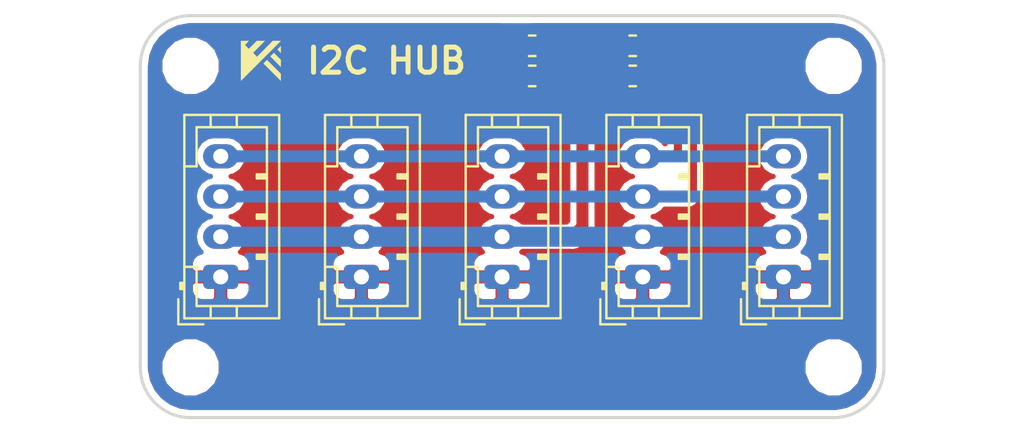
<source format=kicad_pcb>
(kicad_pcb (version 20171130) (host pcbnew 5.0.1-1.fc30)

  (general
    (thickness 1.6)
    (drawings 9)
    (tracks 34)
    (zones 0)
    (modules 14)
    (nets 5)
  )

  (page A4)
  (layers
    (0 F.Cu signal)
    (31 B.Cu signal)
    (32 B.Adhes user)
    (33 F.Adhes user)
    (34 B.Paste user)
    (35 F.Paste user)
    (36 B.SilkS user)
    (37 F.SilkS user)
    (38 B.Mask user)
    (39 F.Mask user)
    (40 Dwgs.User user)
    (41 Cmts.User user)
    (42 Eco1.User user)
    (43 Eco2.User user)
    (44 Edge.Cuts user)
    (45 Margin user)
    (46 B.CrtYd user)
    (47 F.CrtYd user)
    (48 B.Fab user)
    (49 F.Fab user)
  )

  (setup
    (last_trace_width 0.6)
    (user_trace_width 0.25)
    (user_trace_width 0.3)
    (user_trace_width 0.4)
    (user_trace_width 0.5)
    (user_trace_width 0.6)
    (user_trace_width 1)
    (user_trace_width 1.5)
    (user_trace_width 1.75)
    (trace_clearance 0.2)
    (zone_clearance 0.3)
    (zone_45_only no)
    (trace_min 0.2)
    (segment_width 0.2)
    (edge_width 0.15)
    (via_size 0.6)
    (via_drill 0.3)
    (via_min_size 0.6)
    (via_min_drill 0.3)
    (user_via 0.6 0.3)
    (user_via 0.8 0.5)
    (uvia_size 0.3)
    (uvia_drill 0.1)
    (uvias_allowed no)
    (uvia_min_size 0.2)
    (uvia_min_drill 0.1)
    (pcb_text_width 0.3)
    (pcb_text_size 1.5 1.5)
    (mod_edge_width 0.15)
    (mod_text_size 1 1)
    (mod_text_width 0.15)
    (pad_size 1.524 1.524)
    (pad_drill 0.762)
    (pad_to_mask_clearance 0.2)
    (solder_mask_min_width 0.25)
    (aux_axis_origin 0 0)
    (visible_elements 7FFFF7FF)
    (pcbplotparams
      (layerselection 0x010fc_ffffffff)
      (usegerberextensions false)
      (usegerberattributes false)
      (usegerberadvancedattributes false)
      (creategerberjobfile false)
      (excludeedgelayer true)
      (linewidth 0.100000)
      (plotframeref false)
      (viasonmask false)
      (mode 1)
      (useauxorigin false)
      (hpglpennumber 1)
      (hpglpenspeed 20)
      (hpglpendiameter 15.000000)
      (psnegative false)
      (psa4output false)
      (plotreference true)
      (plotvalue true)
      (plotinvisibletext false)
      (padsonsilk false)
      (subtractmaskfromsilk false)
      (outputformat 1)
      (mirror false)
      (drillshape 0)
      (scaleselection 1)
      (outputdirectory "gerber/"))
  )

  (net 0 "")
  (net 1 VCC)
  (net 2 GND)
  (net 3 SDA)
  (net 4 SCL)

  (net_class Default "This is the default net class."
    (clearance 0.2)
    (trace_width 0.25)
    (via_dia 0.6)
    (via_drill 0.3)
    (uvia_dia 0.3)
    (uvia_drill 0.1)
    (add_net GND)
    (add_net SCL)
    (add_net SDA)
    (add_net VCC)
  )

  (module MountingHole:MountingHole_2.2mm_M2 (layer F.Cu) (tedit 5BE29C78) (tstamp 5BEFCB70)
    (at 153 81.5)
    (descr "Mounting Hole 2.2mm, no annular, M2")
    (tags "mounting hole 2.2mm no annular m2")
    (attr virtual)
    (fp_text reference REF** (at 0 -3.2) (layer F.SilkS) hide
      (effects (font (size 1 1) (thickness 0.15)))
    )
    (fp_text value MountingHole_2.2mm_M2 (at 0 3.2) (layer F.Fab)
      (effects (font (size 1 1) (thickness 0.15)))
    )
    (fp_text user %R (at 0.3 0) (layer F.Fab)
      (effects (font (size 1 1) (thickness 0.15)))
    )
    (fp_circle (center 0 0) (end 2.2 0) (layer Cmts.User) (width 0.15))
    (fp_circle (center 0 0) (end 2.45 0) (layer F.CrtYd) (width 0.05))
    (pad 1 np_thru_hole circle (at 0 0) (size 2.2 2.2) (drill 2.2) (layers *.Cu *.Mask))
  )

  (module MountingHole:MountingHole_2.2mm_M2 (layer F.Cu) (tedit 5BE29C78) (tstamp 5BEFCB62)
    (at 153 96.5)
    (descr "Mounting Hole 2.2mm, no annular, M2")
    (tags "mounting hole 2.2mm no annular m2")
    (attr virtual)
    (fp_text reference REF** (at 0 -3.2) (layer F.SilkS) hide
      (effects (font (size 1 1) (thickness 0.15)))
    )
    (fp_text value MountingHole_2.2mm_M2 (at 0 3.2) (layer F.Fab)
      (effects (font (size 1 1) (thickness 0.15)))
    )
    (fp_circle (center 0 0) (end 2.45 0) (layer F.CrtYd) (width 0.05))
    (fp_circle (center 0 0) (end 2.2 0) (layer Cmts.User) (width 0.15))
    (fp_text user %R (at 0.3 0) (layer F.Fab)
      (effects (font (size 1 1) (thickness 0.15)))
    )
    (pad 1 np_thru_hole circle (at 0 0) (size 2.2 2.2) (drill 2.2) (layers *.Cu *.Mask))
  )

  (module MountingHole:MountingHole_2.2mm_M2 (layer F.Cu) (tedit 5BE29C78) (tstamp 5BEFCB52)
    (at 121 96.5)
    (descr "Mounting Hole 2.2mm, no annular, M2")
    (tags "mounting hole 2.2mm no annular m2")
    (attr virtual)
    (fp_text reference REF** (at 0 -3.2) (layer F.SilkS) hide
      (effects (font (size 1 1) (thickness 0.15)))
    )
    (fp_text value MountingHole_2.2mm_M2 (at 0 3.2) (layer F.Fab)
      (effects (font (size 1 1) (thickness 0.15)))
    )
    (fp_text user %R (at 0.3 0) (layer F.Fab)
      (effects (font (size 1 1) (thickness 0.15)))
    )
    (fp_circle (center 0 0) (end 2.2 0) (layer Cmts.User) (width 0.15))
    (fp_circle (center 0 0) (end 2.45 0) (layer F.CrtYd) (width 0.05))
    (pad 1 np_thru_hole circle (at 0 0) (size 2.2 2.2) (drill 2.2) (layers *.Cu *.Mask))
  )

  (module Capacitor_SMD:C_0603_1608Metric (layer F.Cu) (tedit 5BE298C1) (tstamp 5BEFAB45)
    (at 138 82 180)
    (descr "Capacitor SMD 0603 (1608 Metric), square (rectangular) end terminal, IPC_7351 nominal, (Body size source: http://www.tortai-tech.com/upload/download/2011102023233369053.pdf), generated with kicad-footprint-generator")
    (tags capacitor)
    (path /5BE2DB62)
    (attr smd)
    (fp_text reference C1 (at 0 -1.43 180) (layer F.SilkS) hide
      (effects (font (size 1 1) (thickness 0.15)))
    )
    (fp_text value 0.1uF (at 0 1.43 180) (layer F.Fab)
      (effects (font (size 1 1) (thickness 0.15)))
    )
    (fp_line (start -0.8 0.4) (end -0.8 -0.4) (layer F.Fab) (width 0.1))
    (fp_line (start -0.8 -0.4) (end 0.8 -0.4) (layer F.Fab) (width 0.1))
    (fp_line (start 0.8 -0.4) (end 0.8 0.4) (layer F.Fab) (width 0.1))
    (fp_line (start 0.8 0.4) (end -0.8 0.4) (layer F.Fab) (width 0.1))
    (fp_line (start -0.162779 -0.51) (end 0.162779 -0.51) (layer F.SilkS) (width 0.12))
    (fp_line (start -0.162779 0.51) (end 0.162779 0.51) (layer F.SilkS) (width 0.12))
    (fp_line (start -1.48 0.73) (end -1.48 -0.73) (layer F.CrtYd) (width 0.05))
    (fp_line (start -1.48 -0.73) (end 1.48 -0.73) (layer F.CrtYd) (width 0.05))
    (fp_line (start 1.48 -0.73) (end 1.48 0.73) (layer F.CrtYd) (width 0.05))
    (fp_line (start 1.48 0.73) (end -1.48 0.73) (layer F.CrtYd) (width 0.05))
    (fp_text user %R (at 0 0 180) (layer F.Fab)
      (effects (font (size 0.4 0.4) (thickness 0.06)))
    )
    (pad 1 smd roundrect (at -0.7875 0 180) (size 0.875 0.95) (layers F.Cu F.Paste F.Mask) (roundrect_rratio 0.25)
      (net 1 VCC))
    (pad 2 smd roundrect (at 0.7875 0 180) (size 0.875 0.95) (layers F.Cu F.Paste F.Mask) (roundrect_rratio 0.25)
      (net 2 GND))
    (model ${KISYS3DMOD}/Capacitor_SMD.3dshapes/C_0603_1608Metric.wrl
      (at (xyz 0 0 0))
      (scale (xyz 1 1 1))
      (rotate (xyz 0 0 0))
    )
  )

  (module Capacitor_SMD:C_0603_1608Metric (layer F.Cu) (tedit 5BE298B9) (tstamp 5BEFAB56)
    (at 138 80.5 180)
    (descr "Capacitor SMD 0603 (1608 Metric), square (rectangular) end terminal, IPC_7351 nominal, (Body size source: http://www.tortai-tech.com/upload/download/2011102023233369053.pdf), generated with kicad-footprint-generator")
    (tags capacitor)
    (path /5BE2F02D)
    (attr smd)
    (fp_text reference C2 (at 0 -1.43 180) (layer F.SilkS) hide
      (effects (font (size 1 1) (thickness 0.15)))
    )
    (fp_text value 1uF (at 0 1.43 180) (layer F.Fab)
      (effects (font (size 1 1) (thickness 0.15)))
    )
    (fp_text user %R (at 0 0 180) (layer F.Fab)
      (effects (font (size 0.4 0.4) (thickness 0.06)))
    )
    (fp_line (start 1.48 0.73) (end -1.48 0.73) (layer F.CrtYd) (width 0.05))
    (fp_line (start 1.48 -0.73) (end 1.48 0.73) (layer F.CrtYd) (width 0.05))
    (fp_line (start -1.48 -0.73) (end 1.48 -0.73) (layer F.CrtYd) (width 0.05))
    (fp_line (start -1.48 0.73) (end -1.48 -0.73) (layer F.CrtYd) (width 0.05))
    (fp_line (start -0.162779 0.51) (end 0.162779 0.51) (layer F.SilkS) (width 0.12))
    (fp_line (start -0.162779 -0.51) (end 0.162779 -0.51) (layer F.SilkS) (width 0.12))
    (fp_line (start 0.8 0.4) (end -0.8 0.4) (layer F.Fab) (width 0.1))
    (fp_line (start 0.8 -0.4) (end 0.8 0.4) (layer F.Fab) (width 0.1))
    (fp_line (start -0.8 -0.4) (end 0.8 -0.4) (layer F.Fab) (width 0.1))
    (fp_line (start -0.8 0.4) (end -0.8 -0.4) (layer F.Fab) (width 0.1))
    (pad 2 smd roundrect (at 0.7875 0 180) (size 0.875 0.95) (layers F.Cu F.Paste F.Mask) (roundrect_rratio 0.25)
      (net 2 GND))
    (pad 1 smd roundrect (at -0.7875 0 180) (size 0.875 0.95) (layers F.Cu F.Paste F.Mask) (roundrect_rratio 0.25)
      (net 1 VCC))
    (model ${KISYS3DMOD}/Capacitor_SMD.3dshapes/C_0603_1608Metric.wrl
      (at (xyz 0 0 0))
      (scale (xyz 1 1 1))
      (rotate (xyz 0 0 0))
    )
  )

  (module Connector_JST:JST_PH_B4B-PH-K_1x04_P2.00mm_Vertical (layer F.Cu) (tedit 5BE29814) (tstamp 5BEFAB8A)
    (at 122.5 92 90)
    (descr "JST PH series connector, B4B-PH-K (http://www.jst-mfg.com/product/pdf/eng/ePH.pdf), generated with kicad-footprint-generator")
    (tags "connector JST PH side entry")
    (path /5BE2962D)
    (fp_text reference J1 (at 3 -2.9 90) (layer F.SilkS) hide
      (effects (font (size 1 1) (thickness 0.15)))
    )
    (fp_text value Conn_01x04 (at 3 4 90) (layer F.Fab)
      (effects (font (size 1 1) (thickness 0.15)))
    )
    (fp_line (start -2.06 -1.81) (end -2.06 2.91) (layer F.SilkS) (width 0.12))
    (fp_line (start -2.06 2.91) (end 8.06 2.91) (layer F.SilkS) (width 0.12))
    (fp_line (start 8.06 2.91) (end 8.06 -1.81) (layer F.SilkS) (width 0.12))
    (fp_line (start 8.06 -1.81) (end -2.06 -1.81) (layer F.SilkS) (width 0.12))
    (fp_line (start -0.3 -1.81) (end -0.3 -2.01) (layer F.SilkS) (width 0.12))
    (fp_line (start -0.3 -2.01) (end -0.6 -2.01) (layer F.SilkS) (width 0.12))
    (fp_line (start -0.6 -2.01) (end -0.6 -1.81) (layer F.SilkS) (width 0.12))
    (fp_line (start -0.3 -1.91) (end -0.6 -1.91) (layer F.SilkS) (width 0.12))
    (fp_line (start 0.5 -1.81) (end 0.5 -1.2) (layer F.SilkS) (width 0.12))
    (fp_line (start 0.5 -1.2) (end -1.45 -1.2) (layer F.SilkS) (width 0.12))
    (fp_line (start -1.45 -1.2) (end -1.45 2.3) (layer F.SilkS) (width 0.12))
    (fp_line (start -1.45 2.3) (end 7.45 2.3) (layer F.SilkS) (width 0.12))
    (fp_line (start 7.45 2.3) (end 7.45 -1.2) (layer F.SilkS) (width 0.12))
    (fp_line (start 7.45 -1.2) (end 5.5 -1.2) (layer F.SilkS) (width 0.12))
    (fp_line (start 5.5 -1.2) (end 5.5 -1.81) (layer F.SilkS) (width 0.12))
    (fp_line (start -2.06 -0.5) (end -1.45 -0.5) (layer F.SilkS) (width 0.12))
    (fp_line (start -2.06 0.8) (end -1.45 0.8) (layer F.SilkS) (width 0.12))
    (fp_line (start 8.06 -0.5) (end 7.45 -0.5) (layer F.SilkS) (width 0.12))
    (fp_line (start 8.06 0.8) (end 7.45 0.8) (layer F.SilkS) (width 0.12))
    (fp_line (start 0.9 2.3) (end 0.9 1.8) (layer F.SilkS) (width 0.12))
    (fp_line (start 0.9 1.8) (end 1.1 1.8) (layer F.SilkS) (width 0.12))
    (fp_line (start 1.1 1.8) (end 1.1 2.3) (layer F.SilkS) (width 0.12))
    (fp_line (start 1 2.3) (end 1 1.8) (layer F.SilkS) (width 0.12))
    (fp_line (start 2.9 2.3) (end 2.9 1.8) (layer F.SilkS) (width 0.12))
    (fp_line (start 2.9 1.8) (end 3.1 1.8) (layer F.SilkS) (width 0.12))
    (fp_line (start 3.1 1.8) (end 3.1 2.3) (layer F.SilkS) (width 0.12))
    (fp_line (start 3 2.3) (end 3 1.8) (layer F.SilkS) (width 0.12))
    (fp_line (start 4.9 2.3) (end 4.9 1.8) (layer F.SilkS) (width 0.12))
    (fp_line (start 4.9 1.8) (end 5.1 1.8) (layer F.SilkS) (width 0.12))
    (fp_line (start 5.1 1.8) (end 5.1 2.3) (layer F.SilkS) (width 0.12))
    (fp_line (start 5 2.3) (end 5 1.8) (layer F.SilkS) (width 0.12))
    (fp_line (start -1.11 -2.11) (end -2.36 -2.11) (layer F.SilkS) (width 0.12))
    (fp_line (start -2.36 -2.11) (end -2.36 -0.86) (layer F.SilkS) (width 0.12))
    (fp_line (start -1.11 -2.11) (end -2.36 -2.11) (layer F.Fab) (width 0.1))
    (fp_line (start -2.36 -2.11) (end -2.36 -0.86) (layer F.Fab) (width 0.1))
    (fp_line (start -1.95 -1.7) (end -1.95 2.8) (layer F.Fab) (width 0.1))
    (fp_line (start -1.95 2.8) (end 7.95 2.8) (layer F.Fab) (width 0.1))
    (fp_line (start 7.95 2.8) (end 7.95 -1.7) (layer F.Fab) (width 0.1))
    (fp_line (start 7.95 -1.7) (end -1.95 -1.7) (layer F.Fab) (width 0.1))
    (fp_line (start -2.45 -2.2) (end -2.45 3.3) (layer F.CrtYd) (width 0.05))
    (fp_line (start -2.45 3.3) (end 8.45 3.3) (layer F.CrtYd) (width 0.05))
    (fp_line (start 8.45 3.3) (end 8.45 -2.2) (layer F.CrtYd) (width 0.05))
    (fp_line (start 8.45 -2.2) (end -2.45 -2.2) (layer F.CrtYd) (width 0.05))
    (fp_text user %R (at 3 1.5 90) (layer F.Fab)
      (effects (font (size 1 1) (thickness 0.15)))
    )
    (pad 1 thru_hole roundrect (at 0 0 90) (size 1.2 1.75) (drill 0.75) (layers *.Cu *.Mask) (roundrect_rratio 0.208333)
      (net 2 GND))
    (pad 2 thru_hole oval (at 2 0 90) (size 1.2 1.75) (drill 0.75) (layers *.Cu *.Mask)
      (net 1 VCC))
    (pad 3 thru_hole oval (at 4 0 90) (size 1.2 1.75) (drill 0.75) (layers *.Cu *.Mask)
      (net 3 SDA))
    (pad 4 thru_hole oval (at 6 0 90) (size 1.2 1.75) (drill 0.75) (layers *.Cu *.Mask)
      (net 4 SCL))
    (model ${KISYS3DMOD}/Connector_JST.3dshapes/JST_PH_B4B-PH-K_1x04_P2.00mm_Vertical.wrl
      (at (xyz 0 0 0))
      (scale (xyz 1 1 1))
      (rotate (xyz 0 0 0))
    )
  )

  (module Connector_JST:JST_PH_B4B-PH-K_1x04_P2.00mm_Vertical (layer F.Cu) (tedit 5BE29822) (tstamp 5BEFABBE)
    (at 129.5 92 90)
    (descr "JST PH series connector, B4B-PH-K (http://www.jst-mfg.com/product/pdf/eng/ePH.pdf), generated with kicad-footprint-generator")
    (tags "connector JST PH side entry")
    (path /5BE296F7)
    (fp_text reference J2 (at 3 -2.9 90) (layer F.SilkS) hide
      (effects (font (size 1 1) (thickness 0.15)))
    )
    (fp_text value Conn_01x04 (at 3 4 90) (layer F.Fab)
      (effects (font (size 1 1) (thickness 0.15)))
    )
    (fp_text user %R (at 3 1.5 90) (layer F.Fab)
      (effects (font (size 1 1) (thickness 0.15)))
    )
    (fp_line (start 8.45 -2.2) (end -2.45 -2.2) (layer F.CrtYd) (width 0.05))
    (fp_line (start 8.45 3.3) (end 8.45 -2.2) (layer F.CrtYd) (width 0.05))
    (fp_line (start -2.45 3.3) (end 8.45 3.3) (layer F.CrtYd) (width 0.05))
    (fp_line (start -2.45 -2.2) (end -2.45 3.3) (layer F.CrtYd) (width 0.05))
    (fp_line (start 7.95 -1.7) (end -1.95 -1.7) (layer F.Fab) (width 0.1))
    (fp_line (start 7.95 2.8) (end 7.95 -1.7) (layer F.Fab) (width 0.1))
    (fp_line (start -1.95 2.8) (end 7.95 2.8) (layer F.Fab) (width 0.1))
    (fp_line (start -1.95 -1.7) (end -1.95 2.8) (layer F.Fab) (width 0.1))
    (fp_line (start -2.36 -2.11) (end -2.36 -0.86) (layer F.Fab) (width 0.1))
    (fp_line (start -1.11 -2.11) (end -2.36 -2.11) (layer F.Fab) (width 0.1))
    (fp_line (start -2.36 -2.11) (end -2.36 -0.86) (layer F.SilkS) (width 0.12))
    (fp_line (start -1.11 -2.11) (end -2.36 -2.11) (layer F.SilkS) (width 0.12))
    (fp_line (start 5 2.3) (end 5 1.8) (layer F.SilkS) (width 0.12))
    (fp_line (start 5.1 1.8) (end 5.1 2.3) (layer F.SilkS) (width 0.12))
    (fp_line (start 4.9 1.8) (end 5.1 1.8) (layer F.SilkS) (width 0.12))
    (fp_line (start 4.9 2.3) (end 4.9 1.8) (layer F.SilkS) (width 0.12))
    (fp_line (start 3 2.3) (end 3 1.8) (layer F.SilkS) (width 0.12))
    (fp_line (start 3.1 1.8) (end 3.1 2.3) (layer F.SilkS) (width 0.12))
    (fp_line (start 2.9 1.8) (end 3.1 1.8) (layer F.SilkS) (width 0.12))
    (fp_line (start 2.9 2.3) (end 2.9 1.8) (layer F.SilkS) (width 0.12))
    (fp_line (start 1 2.3) (end 1 1.8) (layer F.SilkS) (width 0.12))
    (fp_line (start 1.1 1.8) (end 1.1 2.3) (layer F.SilkS) (width 0.12))
    (fp_line (start 0.9 1.8) (end 1.1 1.8) (layer F.SilkS) (width 0.12))
    (fp_line (start 0.9 2.3) (end 0.9 1.8) (layer F.SilkS) (width 0.12))
    (fp_line (start 8.06 0.8) (end 7.45 0.8) (layer F.SilkS) (width 0.12))
    (fp_line (start 8.06 -0.5) (end 7.45 -0.5) (layer F.SilkS) (width 0.12))
    (fp_line (start -2.06 0.8) (end -1.45 0.8) (layer F.SilkS) (width 0.12))
    (fp_line (start -2.06 -0.5) (end -1.45 -0.5) (layer F.SilkS) (width 0.12))
    (fp_line (start 5.5 -1.2) (end 5.5 -1.81) (layer F.SilkS) (width 0.12))
    (fp_line (start 7.45 -1.2) (end 5.5 -1.2) (layer F.SilkS) (width 0.12))
    (fp_line (start 7.45 2.3) (end 7.45 -1.2) (layer F.SilkS) (width 0.12))
    (fp_line (start -1.45 2.3) (end 7.45 2.3) (layer F.SilkS) (width 0.12))
    (fp_line (start -1.45 -1.2) (end -1.45 2.3) (layer F.SilkS) (width 0.12))
    (fp_line (start 0.5 -1.2) (end -1.45 -1.2) (layer F.SilkS) (width 0.12))
    (fp_line (start 0.5 -1.81) (end 0.5 -1.2) (layer F.SilkS) (width 0.12))
    (fp_line (start -0.3 -1.91) (end -0.6 -1.91) (layer F.SilkS) (width 0.12))
    (fp_line (start -0.6 -2.01) (end -0.6 -1.81) (layer F.SilkS) (width 0.12))
    (fp_line (start -0.3 -2.01) (end -0.6 -2.01) (layer F.SilkS) (width 0.12))
    (fp_line (start -0.3 -1.81) (end -0.3 -2.01) (layer F.SilkS) (width 0.12))
    (fp_line (start 8.06 -1.81) (end -2.06 -1.81) (layer F.SilkS) (width 0.12))
    (fp_line (start 8.06 2.91) (end 8.06 -1.81) (layer F.SilkS) (width 0.12))
    (fp_line (start -2.06 2.91) (end 8.06 2.91) (layer F.SilkS) (width 0.12))
    (fp_line (start -2.06 -1.81) (end -2.06 2.91) (layer F.SilkS) (width 0.12))
    (pad 4 thru_hole oval (at 6 0 90) (size 1.2 1.75) (drill 0.75) (layers *.Cu *.Mask)
      (net 4 SCL))
    (pad 3 thru_hole oval (at 4 0 90) (size 1.2 1.75) (drill 0.75) (layers *.Cu *.Mask)
      (net 3 SDA))
    (pad 2 thru_hole oval (at 2 0 90) (size 1.2 1.75) (drill 0.75) (layers *.Cu *.Mask)
      (net 1 VCC))
    (pad 1 thru_hole roundrect (at 0 0 90) (size 1.2 1.75) (drill 0.75) (layers *.Cu *.Mask) (roundrect_rratio 0.208333)
      (net 2 GND))
    (model ${KISYS3DMOD}/Connector_JST.3dshapes/JST_PH_B4B-PH-K_1x04_P2.00mm_Vertical.wrl
      (at (xyz 0 0 0))
      (scale (xyz 1 1 1))
      (rotate (xyz 0 0 0))
    )
  )

  (module Connector_JST:JST_PH_B4B-PH-K_1x04_P2.00mm_Vertical (layer F.Cu) (tedit 5BE29839) (tstamp 5BEFABF2)
    (at 136.5 92 90)
    (descr "JST PH series connector, B4B-PH-K (http://www.jst-mfg.com/product/pdf/eng/ePH.pdf), generated with kicad-footprint-generator")
    (tags "connector JST PH side entry")
    (path /5BE2971D)
    (fp_text reference J3 (at 3 -2.9 90) (layer F.SilkS) hide
      (effects (font (size 1 1) (thickness 0.15)))
    )
    (fp_text value Conn_01x04 (at 3 4 90) (layer F.Fab)
      (effects (font (size 1 1) (thickness 0.15)))
    )
    (fp_line (start -2.06 -1.81) (end -2.06 2.91) (layer F.SilkS) (width 0.12))
    (fp_line (start -2.06 2.91) (end 8.06 2.91) (layer F.SilkS) (width 0.12))
    (fp_line (start 8.06 2.91) (end 8.06 -1.81) (layer F.SilkS) (width 0.12))
    (fp_line (start 8.06 -1.81) (end -2.06 -1.81) (layer F.SilkS) (width 0.12))
    (fp_line (start -0.3 -1.81) (end -0.3 -2.01) (layer F.SilkS) (width 0.12))
    (fp_line (start -0.3 -2.01) (end -0.6 -2.01) (layer F.SilkS) (width 0.12))
    (fp_line (start -0.6 -2.01) (end -0.6 -1.81) (layer F.SilkS) (width 0.12))
    (fp_line (start -0.3 -1.91) (end -0.6 -1.91) (layer F.SilkS) (width 0.12))
    (fp_line (start 0.5 -1.81) (end 0.5 -1.2) (layer F.SilkS) (width 0.12))
    (fp_line (start 0.5 -1.2) (end -1.45 -1.2) (layer F.SilkS) (width 0.12))
    (fp_line (start -1.45 -1.2) (end -1.45 2.3) (layer F.SilkS) (width 0.12))
    (fp_line (start -1.45 2.3) (end 7.45 2.3) (layer F.SilkS) (width 0.12))
    (fp_line (start 7.45 2.3) (end 7.45 -1.2) (layer F.SilkS) (width 0.12))
    (fp_line (start 7.45 -1.2) (end 5.5 -1.2) (layer F.SilkS) (width 0.12))
    (fp_line (start 5.5 -1.2) (end 5.5 -1.81) (layer F.SilkS) (width 0.12))
    (fp_line (start -2.06 -0.5) (end -1.45 -0.5) (layer F.SilkS) (width 0.12))
    (fp_line (start -2.06 0.8) (end -1.45 0.8) (layer F.SilkS) (width 0.12))
    (fp_line (start 8.06 -0.5) (end 7.45 -0.5) (layer F.SilkS) (width 0.12))
    (fp_line (start 8.06 0.8) (end 7.45 0.8) (layer F.SilkS) (width 0.12))
    (fp_line (start 0.9 2.3) (end 0.9 1.8) (layer F.SilkS) (width 0.12))
    (fp_line (start 0.9 1.8) (end 1.1 1.8) (layer F.SilkS) (width 0.12))
    (fp_line (start 1.1 1.8) (end 1.1 2.3) (layer F.SilkS) (width 0.12))
    (fp_line (start 1 2.3) (end 1 1.8) (layer F.SilkS) (width 0.12))
    (fp_line (start 2.9 2.3) (end 2.9 1.8) (layer F.SilkS) (width 0.12))
    (fp_line (start 2.9 1.8) (end 3.1 1.8) (layer F.SilkS) (width 0.12))
    (fp_line (start 3.1 1.8) (end 3.1 2.3) (layer F.SilkS) (width 0.12))
    (fp_line (start 3 2.3) (end 3 1.8) (layer F.SilkS) (width 0.12))
    (fp_line (start 4.9 2.3) (end 4.9 1.8) (layer F.SilkS) (width 0.12))
    (fp_line (start 4.9 1.8) (end 5.1 1.8) (layer F.SilkS) (width 0.12))
    (fp_line (start 5.1 1.8) (end 5.1 2.3) (layer F.SilkS) (width 0.12))
    (fp_line (start 5 2.3) (end 5 1.8) (layer F.SilkS) (width 0.12))
    (fp_line (start -1.11 -2.11) (end -2.36 -2.11) (layer F.SilkS) (width 0.12))
    (fp_line (start -2.36 -2.11) (end -2.36 -0.86) (layer F.SilkS) (width 0.12))
    (fp_line (start -1.11 -2.11) (end -2.36 -2.11) (layer F.Fab) (width 0.1))
    (fp_line (start -2.36 -2.11) (end -2.36 -0.86) (layer F.Fab) (width 0.1))
    (fp_line (start -1.95 -1.7) (end -1.95 2.8) (layer F.Fab) (width 0.1))
    (fp_line (start -1.95 2.8) (end 7.95 2.8) (layer F.Fab) (width 0.1))
    (fp_line (start 7.95 2.8) (end 7.95 -1.7) (layer F.Fab) (width 0.1))
    (fp_line (start 7.95 -1.7) (end -1.95 -1.7) (layer F.Fab) (width 0.1))
    (fp_line (start -2.45 -2.2) (end -2.45 3.3) (layer F.CrtYd) (width 0.05))
    (fp_line (start -2.45 3.3) (end 8.45 3.3) (layer F.CrtYd) (width 0.05))
    (fp_line (start 8.45 3.3) (end 8.45 -2.2) (layer F.CrtYd) (width 0.05))
    (fp_line (start 8.45 -2.2) (end -2.45 -2.2) (layer F.CrtYd) (width 0.05))
    (fp_text user %R (at 3 1.5 90) (layer F.Fab)
      (effects (font (size 1 1) (thickness 0.15)))
    )
    (pad 1 thru_hole roundrect (at 0 0 90) (size 1.2 1.75) (drill 0.75) (layers *.Cu *.Mask) (roundrect_rratio 0.208333)
      (net 2 GND))
    (pad 2 thru_hole oval (at 2 0 90) (size 1.2 1.75) (drill 0.75) (layers *.Cu *.Mask)
      (net 1 VCC))
    (pad 3 thru_hole oval (at 4 0 90) (size 1.2 1.75) (drill 0.75) (layers *.Cu *.Mask)
      (net 3 SDA))
    (pad 4 thru_hole oval (at 6 0 90) (size 1.2 1.75) (drill 0.75) (layers *.Cu *.Mask)
      (net 4 SCL))
    (model ${KISYS3DMOD}/Connector_JST.3dshapes/JST_PH_B4B-PH-K_1x04_P2.00mm_Vertical.wrl
      (at (xyz 0 0 0))
      (scale (xyz 1 1 1))
      (rotate (xyz 0 0 0))
    )
  )

  (module Connector_JST:JST_PH_B4B-PH-K_1x04_P2.00mm_Vertical (layer F.Cu) (tedit 5BE29830) (tstamp 5BEFAC26)
    (at 143.5 92 90)
    (descr "JST PH series connector, B4B-PH-K (http://www.jst-mfg.com/product/pdf/eng/ePH.pdf), generated with kicad-footprint-generator")
    (tags "connector JST PH side entry")
    (path /5BE2977D)
    (fp_text reference J4 (at 3 -2.9 90) (layer F.SilkS) hide
      (effects (font (size 1 1) (thickness 0.15)))
    )
    (fp_text value Conn_01x04 (at 3 4 90) (layer F.Fab)
      (effects (font (size 1 1) (thickness 0.15)))
    )
    (fp_text user %R (at 3 1.5 90) (layer F.Fab)
      (effects (font (size 1 1) (thickness 0.15)))
    )
    (fp_line (start 8.45 -2.2) (end -2.45 -2.2) (layer F.CrtYd) (width 0.05))
    (fp_line (start 8.45 3.3) (end 8.45 -2.2) (layer F.CrtYd) (width 0.05))
    (fp_line (start -2.45 3.3) (end 8.45 3.3) (layer F.CrtYd) (width 0.05))
    (fp_line (start -2.45 -2.2) (end -2.45 3.3) (layer F.CrtYd) (width 0.05))
    (fp_line (start 7.95 -1.7) (end -1.95 -1.7) (layer F.Fab) (width 0.1))
    (fp_line (start 7.95 2.8) (end 7.95 -1.7) (layer F.Fab) (width 0.1))
    (fp_line (start -1.95 2.8) (end 7.95 2.8) (layer F.Fab) (width 0.1))
    (fp_line (start -1.95 -1.7) (end -1.95 2.8) (layer F.Fab) (width 0.1))
    (fp_line (start -2.36 -2.11) (end -2.36 -0.86) (layer F.Fab) (width 0.1))
    (fp_line (start -1.11 -2.11) (end -2.36 -2.11) (layer F.Fab) (width 0.1))
    (fp_line (start -2.36 -2.11) (end -2.36 -0.86) (layer F.SilkS) (width 0.12))
    (fp_line (start -1.11 -2.11) (end -2.36 -2.11) (layer F.SilkS) (width 0.12))
    (fp_line (start 5 2.3) (end 5 1.8) (layer F.SilkS) (width 0.12))
    (fp_line (start 5.1 1.8) (end 5.1 2.3) (layer F.SilkS) (width 0.12))
    (fp_line (start 4.9 1.8) (end 5.1 1.8) (layer F.SilkS) (width 0.12))
    (fp_line (start 4.9 2.3) (end 4.9 1.8) (layer F.SilkS) (width 0.12))
    (fp_line (start 3 2.3) (end 3 1.8) (layer F.SilkS) (width 0.12))
    (fp_line (start 3.1 1.8) (end 3.1 2.3) (layer F.SilkS) (width 0.12))
    (fp_line (start 2.9 1.8) (end 3.1 1.8) (layer F.SilkS) (width 0.12))
    (fp_line (start 2.9 2.3) (end 2.9 1.8) (layer F.SilkS) (width 0.12))
    (fp_line (start 1 2.3) (end 1 1.8) (layer F.SilkS) (width 0.12))
    (fp_line (start 1.1 1.8) (end 1.1 2.3) (layer F.SilkS) (width 0.12))
    (fp_line (start 0.9 1.8) (end 1.1 1.8) (layer F.SilkS) (width 0.12))
    (fp_line (start 0.9 2.3) (end 0.9 1.8) (layer F.SilkS) (width 0.12))
    (fp_line (start 8.06 0.8) (end 7.45 0.8) (layer F.SilkS) (width 0.12))
    (fp_line (start 8.06 -0.5) (end 7.45 -0.5) (layer F.SilkS) (width 0.12))
    (fp_line (start -2.06 0.8) (end -1.45 0.8) (layer F.SilkS) (width 0.12))
    (fp_line (start -2.06 -0.5) (end -1.45 -0.5) (layer F.SilkS) (width 0.12))
    (fp_line (start 5.5 -1.2) (end 5.5 -1.81) (layer F.SilkS) (width 0.12))
    (fp_line (start 7.45 -1.2) (end 5.5 -1.2) (layer F.SilkS) (width 0.12))
    (fp_line (start 7.45 2.3) (end 7.45 -1.2) (layer F.SilkS) (width 0.12))
    (fp_line (start -1.45 2.3) (end 7.45 2.3) (layer F.SilkS) (width 0.12))
    (fp_line (start -1.45 -1.2) (end -1.45 2.3) (layer F.SilkS) (width 0.12))
    (fp_line (start 0.5 -1.2) (end -1.45 -1.2) (layer F.SilkS) (width 0.12))
    (fp_line (start 0.5 -1.81) (end 0.5 -1.2) (layer F.SilkS) (width 0.12))
    (fp_line (start -0.3 -1.91) (end -0.6 -1.91) (layer F.SilkS) (width 0.12))
    (fp_line (start -0.6 -2.01) (end -0.6 -1.81) (layer F.SilkS) (width 0.12))
    (fp_line (start -0.3 -2.01) (end -0.6 -2.01) (layer F.SilkS) (width 0.12))
    (fp_line (start -0.3 -1.81) (end -0.3 -2.01) (layer F.SilkS) (width 0.12))
    (fp_line (start 8.06 -1.81) (end -2.06 -1.81) (layer F.SilkS) (width 0.12))
    (fp_line (start 8.06 2.91) (end 8.06 -1.81) (layer F.SilkS) (width 0.12))
    (fp_line (start -2.06 2.91) (end 8.06 2.91) (layer F.SilkS) (width 0.12))
    (fp_line (start -2.06 -1.81) (end -2.06 2.91) (layer F.SilkS) (width 0.12))
    (pad 4 thru_hole oval (at 6 0 90) (size 1.2 1.75) (drill 0.75) (layers *.Cu *.Mask)
      (net 4 SCL))
    (pad 3 thru_hole oval (at 4 0 90) (size 1.2 1.75) (drill 0.75) (layers *.Cu *.Mask)
      (net 3 SDA))
    (pad 2 thru_hole oval (at 2 0 90) (size 1.2 1.75) (drill 0.75) (layers *.Cu *.Mask)
      (net 1 VCC))
    (pad 1 thru_hole roundrect (at 0 0 90) (size 1.2 1.75) (drill 0.75) (layers *.Cu *.Mask) (roundrect_rratio 0.208333)
      (net 2 GND))
    (model ${KISYS3DMOD}/Connector_JST.3dshapes/JST_PH_B4B-PH-K_1x04_P2.00mm_Vertical.wrl
      (at (xyz 0 0 0))
      (scale (xyz 1 1 1))
      (rotate (xyz 0 0 0))
    )
  )

  (module Connector_JST:JST_PH_B4B-PH-K_1x04_P2.00mm_Vertical (layer F.Cu) (tedit 5BE29849) (tstamp 5BEFAC5A)
    (at 150.5 92 90)
    (descr "JST PH series connector, B4B-PH-K (http://www.jst-mfg.com/product/pdf/eng/ePH.pdf), generated with kicad-footprint-generator")
    (tags "connector JST PH side entry")
    (path /5BE29819)
    (fp_text reference J5 (at 3 -2.9 90) (layer F.SilkS) hide
      (effects (font (size 1 1) (thickness 0.15)))
    )
    (fp_text value Conn_01x04 (at 3 4 90) (layer F.Fab)
      (effects (font (size 1 1) (thickness 0.15)))
    )
    (fp_line (start -2.06 -1.81) (end -2.06 2.91) (layer F.SilkS) (width 0.12))
    (fp_line (start -2.06 2.91) (end 8.06 2.91) (layer F.SilkS) (width 0.12))
    (fp_line (start 8.06 2.91) (end 8.06 -1.81) (layer F.SilkS) (width 0.12))
    (fp_line (start 8.06 -1.81) (end -2.06 -1.81) (layer F.SilkS) (width 0.12))
    (fp_line (start -0.3 -1.81) (end -0.3 -2.01) (layer F.SilkS) (width 0.12))
    (fp_line (start -0.3 -2.01) (end -0.6 -2.01) (layer F.SilkS) (width 0.12))
    (fp_line (start -0.6 -2.01) (end -0.6 -1.81) (layer F.SilkS) (width 0.12))
    (fp_line (start -0.3 -1.91) (end -0.6 -1.91) (layer F.SilkS) (width 0.12))
    (fp_line (start 0.5 -1.81) (end 0.5 -1.2) (layer F.SilkS) (width 0.12))
    (fp_line (start 0.5 -1.2) (end -1.45 -1.2) (layer F.SilkS) (width 0.12))
    (fp_line (start -1.45 -1.2) (end -1.45 2.3) (layer F.SilkS) (width 0.12))
    (fp_line (start -1.45 2.3) (end 7.45 2.3) (layer F.SilkS) (width 0.12))
    (fp_line (start 7.45 2.3) (end 7.45 -1.2) (layer F.SilkS) (width 0.12))
    (fp_line (start 7.45 -1.2) (end 5.5 -1.2) (layer F.SilkS) (width 0.12))
    (fp_line (start 5.5 -1.2) (end 5.5 -1.81) (layer F.SilkS) (width 0.12))
    (fp_line (start -2.06 -0.5) (end -1.45 -0.5) (layer F.SilkS) (width 0.12))
    (fp_line (start -2.06 0.8) (end -1.45 0.8) (layer F.SilkS) (width 0.12))
    (fp_line (start 8.06 -0.5) (end 7.45 -0.5) (layer F.SilkS) (width 0.12))
    (fp_line (start 8.06 0.8) (end 7.45 0.8) (layer F.SilkS) (width 0.12))
    (fp_line (start 0.9 2.3) (end 0.9 1.8) (layer F.SilkS) (width 0.12))
    (fp_line (start 0.9 1.8) (end 1.1 1.8) (layer F.SilkS) (width 0.12))
    (fp_line (start 1.1 1.8) (end 1.1 2.3) (layer F.SilkS) (width 0.12))
    (fp_line (start 1 2.3) (end 1 1.8) (layer F.SilkS) (width 0.12))
    (fp_line (start 2.9 2.3) (end 2.9 1.8) (layer F.SilkS) (width 0.12))
    (fp_line (start 2.9 1.8) (end 3.1 1.8) (layer F.SilkS) (width 0.12))
    (fp_line (start 3.1 1.8) (end 3.1 2.3) (layer F.SilkS) (width 0.12))
    (fp_line (start 3 2.3) (end 3 1.8) (layer F.SilkS) (width 0.12))
    (fp_line (start 4.9 2.3) (end 4.9 1.8) (layer F.SilkS) (width 0.12))
    (fp_line (start 4.9 1.8) (end 5.1 1.8) (layer F.SilkS) (width 0.12))
    (fp_line (start 5.1 1.8) (end 5.1 2.3) (layer F.SilkS) (width 0.12))
    (fp_line (start 5 2.3) (end 5 1.8) (layer F.SilkS) (width 0.12))
    (fp_line (start -1.11 -2.11) (end -2.36 -2.11) (layer F.SilkS) (width 0.12))
    (fp_line (start -2.36 -2.11) (end -2.36 -0.86) (layer F.SilkS) (width 0.12))
    (fp_line (start -1.11 -2.11) (end -2.36 -2.11) (layer F.Fab) (width 0.1))
    (fp_line (start -2.36 -2.11) (end -2.36 -0.86) (layer F.Fab) (width 0.1))
    (fp_line (start -1.95 -1.7) (end -1.95 2.8) (layer F.Fab) (width 0.1))
    (fp_line (start -1.95 2.8) (end 7.95 2.8) (layer F.Fab) (width 0.1))
    (fp_line (start 7.95 2.8) (end 7.95 -1.7) (layer F.Fab) (width 0.1))
    (fp_line (start 7.95 -1.7) (end -1.95 -1.7) (layer F.Fab) (width 0.1))
    (fp_line (start -2.45 -2.2) (end -2.45 3.3) (layer F.CrtYd) (width 0.05))
    (fp_line (start -2.45 3.3) (end 8.45 3.3) (layer F.CrtYd) (width 0.05))
    (fp_line (start 8.45 3.3) (end 8.45 -2.2) (layer F.CrtYd) (width 0.05))
    (fp_line (start 8.45 -2.2) (end -2.45 -2.2) (layer F.CrtYd) (width 0.05))
    (fp_text user %R (at 3 1.5 90) (layer F.Fab)
      (effects (font (size 1 1) (thickness 0.15)))
    )
    (pad 1 thru_hole roundrect (at 0 0 90) (size 1.2 1.75) (drill 0.75) (layers *.Cu *.Mask) (roundrect_rratio 0.208333)
      (net 2 GND))
    (pad 2 thru_hole oval (at 2 0 90) (size 1.2 1.75) (drill 0.75) (layers *.Cu *.Mask)
      (net 1 VCC))
    (pad 3 thru_hole oval (at 4 0 90) (size 1.2 1.75) (drill 0.75) (layers *.Cu *.Mask)
      (net 3 SDA))
    (pad 4 thru_hole oval (at 6 0 90) (size 1.2 1.75) (drill 0.75) (layers *.Cu *.Mask)
      (net 4 SCL))
    (model ${KISYS3DMOD}/Connector_JST.3dshapes/JST_PH_B4B-PH-K_1x04_P2.00mm_Vertical.wrl
      (at (xyz 0 0 0))
      (scale (xyz 1 1 1))
      (rotate (xyz 0 0 0))
    )
  )

  (module Resistor_SMD:R_0603_1608Metric (layer F.Cu) (tedit 5BE298DA) (tstamp 5BEFAC6B)
    (at 143 82)
    (descr "Resistor SMD 0603 (1608 Metric), square (rectangular) end terminal, IPC_7351 nominal, (Body size source: http://www.tortai-tech.com/upload/download/2011102023233369053.pdf), generated with kicad-footprint-generator")
    (tags resistor)
    (path /5BE2F9FF)
    (attr smd)
    (fp_text reference R1 (at 0 -1.43) (layer F.SilkS) hide
      (effects (font (size 1 1) (thickness 0.15)))
    )
    (fp_text value 10K (at 0 1.43) (layer F.Fab)
      (effects (font (size 1 1) (thickness 0.15)))
    )
    (fp_line (start -0.8 0.4) (end -0.8 -0.4) (layer F.Fab) (width 0.1))
    (fp_line (start -0.8 -0.4) (end 0.8 -0.4) (layer F.Fab) (width 0.1))
    (fp_line (start 0.8 -0.4) (end 0.8 0.4) (layer F.Fab) (width 0.1))
    (fp_line (start 0.8 0.4) (end -0.8 0.4) (layer F.Fab) (width 0.1))
    (fp_line (start -0.162779 -0.51) (end 0.162779 -0.51) (layer F.SilkS) (width 0.12))
    (fp_line (start -0.162779 0.51) (end 0.162779 0.51) (layer F.SilkS) (width 0.12))
    (fp_line (start -1.48 0.73) (end -1.48 -0.73) (layer F.CrtYd) (width 0.05))
    (fp_line (start -1.48 -0.73) (end 1.48 -0.73) (layer F.CrtYd) (width 0.05))
    (fp_line (start 1.48 -0.73) (end 1.48 0.73) (layer F.CrtYd) (width 0.05))
    (fp_line (start 1.48 0.73) (end -1.48 0.73) (layer F.CrtYd) (width 0.05))
    (fp_text user %R (at 0 0) (layer F.Fab)
      (effects (font (size 0.4 0.4) (thickness 0.06)))
    )
    (pad 1 smd roundrect (at -0.7875 0) (size 0.875 0.95) (layers F.Cu F.Paste F.Mask) (roundrect_rratio 0.25)
      (net 1 VCC))
    (pad 2 smd roundrect (at 0.7875 0) (size 0.875 0.95) (layers F.Cu F.Paste F.Mask) (roundrect_rratio 0.25)
      (net 4 SCL))
    (model ${KISYS3DMOD}/Resistor_SMD.3dshapes/R_0603_1608Metric.wrl
      (at (xyz 0 0 0))
      (scale (xyz 1 1 1))
      (rotate (xyz 0 0 0))
    )
  )

  (module Resistor_SMD:R_0603_1608Metric (layer F.Cu) (tedit 5BE298D8) (tstamp 5BEFAC7C)
    (at 143 80.5)
    (descr "Resistor SMD 0603 (1608 Metric), square (rectangular) end terminal, IPC_7351 nominal, (Body size source: http://www.tortai-tech.com/upload/download/2011102023233369053.pdf), generated with kicad-footprint-generator")
    (tags resistor)
    (path /5BE2FA29)
    (attr smd)
    (fp_text reference R2 (at 0 -1.43) (layer F.SilkS) hide
      (effects (font (size 1 1) (thickness 0.15)))
    )
    (fp_text value 10K (at 0 1.43) (layer F.Fab)
      (effects (font (size 1 1) (thickness 0.15)))
    )
    (fp_text user %R (at 0 0) (layer F.Fab)
      (effects (font (size 0.4 0.4) (thickness 0.06)))
    )
    (fp_line (start 1.48 0.73) (end -1.48 0.73) (layer F.CrtYd) (width 0.05))
    (fp_line (start 1.48 -0.73) (end 1.48 0.73) (layer F.CrtYd) (width 0.05))
    (fp_line (start -1.48 -0.73) (end 1.48 -0.73) (layer F.CrtYd) (width 0.05))
    (fp_line (start -1.48 0.73) (end -1.48 -0.73) (layer F.CrtYd) (width 0.05))
    (fp_line (start -0.162779 0.51) (end 0.162779 0.51) (layer F.SilkS) (width 0.12))
    (fp_line (start -0.162779 -0.51) (end 0.162779 -0.51) (layer F.SilkS) (width 0.12))
    (fp_line (start 0.8 0.4) (end -0.8 0.4) (layer F.Fab) (width 0.1))
    (fp_line (start 0.8 -0.4) (end 0.8 0.4) (layer F.Fab) (width 0.1))
    (fp_line (start -0.8 -0.4) (end 0.8 -0.4) (layer F.Fab) (width 0.1))
    (fp_line (start -0.8 0.4) (end -0.8 -0.4) (layer F.Fab) (width 0.1))
    (pad 2 smd roundrect (at 0.7875 0) (size 0.875 0.95) (layers F.Cu F.Paste F.Mask) (roundrect_rratio 0.25)
      (net 3 SDA))
    (pad 1 smd roundrect (at -0.7875 0) (size 0.875 0.95) (layers F.Cu F.Paste F.Mask) (roundrect_rratio 0.25)
      (net 1 VCC))
    (model ${KISYS3DMOD}/Resistor_SMD.3dshapes/R_0603_1608Metric.wrl
      (at (xyz 0 0 0))
      (scale (xyz 1 1 1))
      (rotate (xyz 0 0 0))
    )
  )

  (module GiraffeTech-Utility:MakerPlayground_logo_2x2mm (layer F.Cu) (tedit 0) (tstamp 5BEFBF4E)
    (at 124.5 81.25)
    (fp_text reference G*** (at 0 0) (layer F.SilkS) hide
      (effects (font (size 1.524 1.524) (thickness 0.3)))
    )
    (fp_text value LOGO (at 0.75 0) (layer F.SilkS) hide
      (effects (font (size 1.524 1.524) (thickness 0.3)))
    )
    (fp_poly (pts (xy 0.992188 -0.564543) (xy 0.992164 -0.528929) (xy 0.992097 -0.495895) (xy 0.991991 -0.466261)
      (xy 0.991852 -0.440843) (xy 0.991684 -0.420459) (xy 0.991492 -0.405926) (xy 0.991282 -0.398062)
      (xy 0.99116 -0.396875) (xy 0.988207 -0.399571) (xy 0.980351 -0.407199) (xy 0.968291 -0.419067)
      (xy 0.952725 -0.434484) (xy 0.934354 -0.452758) (xy 0.913876 -0.4732) (xy 0.906847 -0.480231)
      (xy 0.823563 -0.563586) (xy 0.907875 -0.647899) (xy 0.992188 -0.732211) (xy 0.992188 -0.564543)) (layer F.SilkS) (width 0.01))
    (fp_poly (pts (xy 0.992272 -0.049513) (xy 0.991238 0.124084) (xy 0.990203 0.297682) (xy 0.731231 0.038685)
      (xy 0.472259 -0.220311) (xy 0.559597 -0.307581) (xy 0.646934 -0.394851) (xy 0.992272 -0.049513)) (layer F.SilkS) (width 0.01))
    (fp_poly (pts (xy 0.306845 -0.036934) (xy 0.315366 -0.028902) (xy 0.328804 -0.015931) (xy 0.346812 0.001638)
      (xy 0.369045 0.023463) (xy 0.39516 0.049204) (xy 0.424812 0.078521) (xy 0.457655 0.111071)
      (xy 0.493344 0.146515) (xy 0.531535 0.184511) (xy 0.571883 0.224719) (xy 0.614044 0.266798)
      (xy 0.649934 0.302669) (xy 0.992273 0.645025) (xy 0.990203 0.990203) (xy 0.559594 0.560703)
      (xy 0.128984 0.131202) (xy 0.214278 0.045757) (xy 0.235683 0.024442) (xy 0.255382 0.005068)
      (xy 0.272657 -0.011676) (xy 0.28679 -0.025103) (xy 0.297063 -0.034528) (xy 0.302757 -0.039261)
      (xy 0.303583 -0.039687) (xy 0.306845 -0.036934)) (layer F.SilkS) (width 0.01))
    (fp_poly (pts (xy 0.790777 -0.991434) (xy 0.988227 -0.990203) (xy -0.992187 0.990197) (xy -0.992187 -0.992187)
      (xy -0.601395 -0.992187) (xy -0.646963 -0.945555) (xy -0.665935 -0.926151) (xy -0.688266 -0.903332)
      (xy -0.711752 -0.879346) (xy -0.734194 -0.856442) (xy -0.745114 -0.845303) (xy -0.797697 -0.791685)
      (xy -0.698482 -0.692529) (xy -0.599266 -0.593373) (xy -0.399829 -0.79278) (xy -0.200393 -0.992187)
      (xy 0.195473 -0.992187) (xy -0.099139 -0.695955) (xy -0.39375 -0.399723) (xy -0.194618 -0.200591)
      (xy 0.199355 -0.596628) (xy 0.593328 -0.992663) (xy 0.790777 -0.991434)) (layer F.SilkS) (width 0.01))
  )

  (module MountingHole:MountingHole_2.2mm_M2 (layer F.Cu) (tedit 5BE29C78) (tstamp 5BEFCADE)
    (at 121 81.5)
    (descr "Mounting Hole 2.2mm, no annular, M2")
    (tags "mounting hole 2.2mm no annular m2")
    (attr virtual)
    (fp_text reference REF** (at 0 -3.2) (layer F.SilkS) hide
      (effects (font (size 1 1) (thickness 0.15)))
    )
    (fp_text value MountingHole_2.2mm_M2 (at 0 3.2) (layer F.Fab)
      (effects (font (size 1 1) (thickness 0.15)))
    )
    (fp_circle (center 0 0) (end 2.45 0) (layer F.CrtYd) (width 0.05))
    (fp_circle (center 0 0) (end 2.2 0) (layer Cmts.User) (width 0.15))
    (fp_text user %R (at 0.3 0) (layer F.Fab)
      (effects (font (size 1 1) (thickness 0.15)))
    )
    (pad 1 np_thru_hole circle (at 0 0) (size 2.2 2.2) (drill 2.2) (layers *.Cu *.Mask))
  )

  (gr_arc (start 121 81.5) (end 121 79) (angle -90) (layer Edge.Cuts) (width 0.15))
  (gr_arc (start 121 96.5) (end 118.5 96.5) (angle -90) (layer Edge.Cuts) (width 0.15))
  (gr_arc (start 153 96.5) (end 153 99) (angle -90) (layer Edge.Cuts) (width 0.15))
  (gr_arc (start 153 81.5) (end 155.5 81.5) (angle -90) (layer Edge.Cuts) (width 0.15))
  (gr_line (start 118.5 96.5) (end 118.5 81.5) (layer Edge.Cuts) (width 0.15))
  (gr_line (start 153 99) (end 121 99) (layer Edge.Cuts) (width 0.15))
  (gr_line (start 155.5 81.5) (end 155.5 96.5) (layer Edge.Cuts) (width 0.15))
  (gr_line (start 121 79) (end 153 79) (layer Edge.Cuts) (width 0.15))
  (gr_text "I2C HUB" (at 130.75 81.25) (layer F.SilkS)
    (effects (font (size 1.25 1.25) (thickness 0.25)))
  )

  (segment (start 122.5 90) (end 129.5 90) (width 1) (layer B.Cu) (net 1))
  (segment (start 129.5 90) (end 136.5 90) (width 1) (layer B.Cu) (net 1))
  (segment (start 136.5 90) (end 143.5 90) (width 1) (layer B.Cu) (net 1))
  (segment (start 143.5 90) (end 150.5 90) (width 1) (layer B.Cu) (net 1))
  (segment (start 136.5 90) (end 140 90) (width 0.6) (layer F.Cu) (net 1))
  (segment (start 140 90) (end 140.5 89.5) (width 0.6) (layer F.Cu) (net 1))
  (segment (start 140.5 80.75) (end 140.25 80.5) (width 0.6) (layer F.Cu) (net 1))
  (segment (start 140.25 80.5) (end 138.7875 80.5) (width 0.6) (layer F.Cu) (net 1))
  (segment (start 140.5 80.75) (end 140.75 80.5) (width 0.6) (layer F.Cu) (net 1))
  (segment (start 140.75 80.5) (end 142.2125 80.5) (width 0.6) (layer F.Cu) (net 1))
  (segment (start 140.5 82.25) (end 140.25 82) (width 0.6) (layer F.Cu) (net 1))
  (segment (start 140.5 82.25) (end 140.5 80.75) (width 0.6) (layer F.Cu) (net 1))
  (segment (start 140.5 89.5) (end 140.5 82.25) (width 0.6) (layer F.Cu) (net 1))
  (segment (start 140.25 82) (end 138.7875 82) (width 0.6) (layer F.Cu) (net 1))
  (segment (start 140.5 82.25) (end 140.75 82) (width 0.6) (layer F.Cu) (net 1))
  (segment (start 140.75 82) (end 142.2125 82) (width 0.6) (layer F.Cu) (net 1))
  (segment (start 122.5 88) (end 129.5 88) (width 0.6) (layer B.Cu) (net 3))
  (segment (start 129.5 88) (end 136.5 88) (width 0.6) (layer B.Cu) (net 3))
  (segment (start 136.5 88) (end 143.5 88) (width 0.6) (layer B.Cu) (net 3))
  (segment (start 143.5 88) (end 150.5 88) (width 0.6) (layer B.Cu) (net 3))
  (segment (start 143.7875 80.5) (end 145.75 80.5) (width 0.4) (layer F.Cu) (net 3))
  (segment (start 145.75 80.5) (end 146 80.75) (width 0.4) (layer F.Cu) (net 3))
  (segment (start 146 80.75) (end 146 87.75) (width 0.4) (layer F.Cu) (net 3))
  (segment (start 146 87.75) (end 145.75 88) (width 0.4) (layer F.Cu) (net 3))
  (segment (start 145.75 88) (end 143.5 88) (width 0.4) (layer F.Cu) (net 3))
  (segment (start 122.5 86) (end 129.5 86) (width 0.6) (layer B.Cu) (net 4))
  (segment (start 129.5 86) (end 136.5 86) (width 0.6) (layer B.Cu) (net 4))
  (segment (start 136.5 86) (end 143.5 86) (width 0.6) (layer B.Cu) (net 4))
  (segment (start 143.5 86) (end 150.5 86) (width 0.6) (layer B.Cu) (net 4))
  (segment (start 143.7875 82) (end 145 82) (width 0.4) (layer F.Cu) (net 4))
  (segment (start 145 82) (end 145.25 82.25) (width 0.4) (layer F.Cu) (net 4))
  (segment (start 145.25 82.25) (end 145.25 85.75) (width 0.4) (layer F.Cu) (net 4))
  (segment (start 145.25 85.75) (end 145 86) (width 0.4) (layer F.Cu) (net 4))
  (segment (start 145 86) (end 143.5 86) (width 0.4) (layer F.Cu) (net 4))

  (zone (net 2) (net_name GND) (layer F.Cu) (tstamp 0) (hatch edge 0.508)
    (connect_pads (clearance 0.3))
    (min_thickness 0.254)
    (fill yes (arc_segments 16) (thermal_gap 0.508) (thermal_bridge_width 0.65))
    (polygon
      (pts
        (xy 118.5 89) (xy 118.5 79) (xy 155.5 79) (xy 155.5 89) (xy 155.5 99)
        (xy 118.5 99)
      )
    )
    (filled_polygon
      (pts
        (xy 136.236673 79.665301) (xy 136.14 79.89869) (xy 136.14 80.14325) (xy 136.29875 80.302) (xy 137.0145 80.302)
        (xy 137.0145 80.282) (xy 137.4105 80.282) (xy 137.4105 80.302) (xy 137.4305 80.302) (xy 137.4305 80.698)
        (xy 137.4105 80.698) (xy 137.4105 81.802) (xy 137.4305 81.802) (xy 137.4305 82.198) (xy 137.4105 82.198)
        (xy 137.4105 82.95125) (xy 137.56925 83.11) (xy 137.776309 83.11) (xy 138.009698 83.013327) (xy 138.188327 82.834699)
        (xy 138.208136 82.786876) (xy 138.318431 82.860573) (xy 138.56875 82.910365) (xy 139.00625 82.910365) (xy 139.256569 82.860573)
        (xy 139.456475 82.727) (xy 139.773001 82.727) (xy 139.773 89.198867) (xy 139.698868 89.273) (xy 137.524397 89.273)
        (xy 137.515426 89.259574) (xy 137.175715 89.032587) (xy 137.011889 89) (xy 137.175715 88.967413) (xy 137.515426 88.740426)
        (xy 137.742413 88.400715) (xy 137.82212 88) (xy 137.742413 87.599285) (xy 137.515426 87.259574) (xy 137.175715 87.032587)
        (xy 137.011889 87) (xy 137.175715 86.967413) (xy 137.515426 86.740426) (xy 137.742413 86.400715) (xy 137.82212 86)
        (xy 137.742413 85.599285) (xy 137.515426 85.259574) (xy 137.175715 85.032587) (xy 136.87615 84.973) (xy 136.12385 84.973)
        (xy 135.824285 85.032587) (xy 135.484574 85.259574) (xy 135.257587 85.599285) (xy 135.17788 86) (xy 135.257587 86.400715)
        (xy 135.484574 86.740426) (xy 135.824285 86.967413) (xy 135.988111 87) (xy 135.824285 87.032587) (xy 135.484574 87.259574)
        (xy 135.257587 87.599285) (xy 135.17788 88) (xy 135.257587 88.400715) (xy 135.484574 88.740426) (xy 135.824285 88.967413)
        (xy 135.988111 89) (xy 135.824285 89.032587) (xy 135.484574 89.259574) (xy 135.257587 89.599285) (xy 135.17788 90)
        (xy 135.257587 90.400715) (xy 135.484574 90.740426) (xy 135.521352 90.765) (xy 135.49869 90.765) (xy 135.265301 90.861673)
        (xy 135.086673 91.040302) (xy 134.99 91.273691) (xy 134.99 91.64325) (xy 135.14875 91.802) (xy 136.302 91.802)
        (xy 136.302 91.782) (xy 136.698 91.782) (xy 136.698 91.802) (xy 137.85125 91.802) (xy 138.01 91.64325)
        (xy 138.01 91.273691) (xy 137.913327 91.040302) (xy 137.734699 90.861673) (xy 137.50131 90.765) (xy 137.478648 90.765)
        (xy 137.515426 90.740426) (xy 137.524397 90.727) (xy 139.928405 90.727) (xy 140 90.741241) (xy 140.071595 90.727)
        (xy 140.071599 90.727) (xy 140.283661 90.684818) (xy 140.524137 90.524137) (xy 140.564696 90.463436) (xy 140.96344 90.064693)
        (xy 141.024136 90.024137) (xy 141.064692 89.963441) (xy 141.064694 89.963439) (xy 141.184818 89.783661) (xy 141.198209 89.716339)
        (xy 141.227 89.571599) (xy 141.227 89.571595) (xy 141.241241 89.5) (xy 141.227 89.428405) (xy 141.227 82.727)
        (xy 141.543525 82.727) (xy 141.743431 82.860573) (xy 141.99375 82.910365) (xy 142.43125 82.910365) (xy 142.681569 82.860573)
        (xy 142.893779 82.718779) (xy 143 82.559808) (xy 143.106221 82.718779) (xy 143.318431 82.860573) (xy 143.56875 82.910365)
        (xy 144.00625 82.910365) (xy 144.256569 82.860573) (xy 144.468779 82.718779) (xy 144.530104 82.627) (xy 144.623 82.627)
        (xy 144.623001 85.373) (xy 144.591215 85.373) (xy 144.515426 85.259574) (xy 144.175715 85.032587) (xy 143.87615 84.973)
        (xy 143.12385 84.973) (xy 142.824285 85.032587) (xy 142.484574 85.259574) (xy 142.257587 85.599285) (xy 142.17788 86)
        (xy 142.257587 86.400715) (xy 142.484574 86.740426) (xy 142.824285 86.967413) (xy 142.988111 87) (xy 142.824285 87.032587)
        (xy 142.484574 87.259574) (xy 142.257587 87.599285) (xy 142.17788 88) (xy 142.257587 88.400715) (xy 142.484574 88.740426)
        (xy 142.824285 88.967413) (xy 142.988111 89) (xy 142.824285 89.032587) (xy 142.484574 89.259574) (xy 142.257587 89.599285)
        (xy 142.17788 90) (xy 142.257587 90.400715) (xy 142.484574 90.740426) (xy 142.521352 90.765) (xy 142.49869 90.765)
        (xy 142.265301 90.861673) (xy 142.086673 91.040302) (xy 141.99 91.273691) (xy 141.99 91.64325) (xy 142.14875 91.802)
        (xy 143.302 91.802) (xy 143.302 91.782) (xy 143.698 91.782) (xy 143.698 91.802) (xy 144.85125 91.802)
        (xy 145.01 91.64325) (xy 145.01 91.273691) (xy 148.99 91.273691) (xy 148.99 91.64325) (xy 149.14875 91.802)
        (xy 150.302 91.802) (xy 150.302 91.782) (xy 150.698 91.782) (xy 150.698 91.802) (xy 151.85125 91.802)
        (xy 152.01 91.64325) (xy 152.01 91.273691) (xy 151.913327 91.040302) (xy 151.734699 90.861673) (xy 151.50131 90.765)
        (xy 151.478648 90.765) (xy 151.515426 90.740426) (xy 151.742413 90.400715) (xy 151.82212 90) (xy 151.742413 89.599285)
        (xy 151.515426 89.259574) (xy 151.175715 89.032587) (xy 151.011889 89) (xy 151.175715 88.967413) (xy 151.515426 88.740426)
        (xy 151.742413 88.400715) (xy 151.82212 88) (xy 151.742413 87.599285) (xy 151.515426 87.259574) (xy 151.175715 87.032587)
        (xy 151.011889 87) (xy 151.175715 86.967413) (xy 151.515426 86.740426) (xy 151.742413 86.400715) (xy 151.82212 86)
        (xy 151.742413 85.599285) (xy 151.515426 85.259574) (xy 151.175715 85.032587) (xy 150.87615 84.973) (xy 150.12385 84.973)
        (xy 149.824285 85.032587) (xy 149.484574 85.259574) (xy 149.257587 85.599285) (xy 149.17788 86) (xy 149.257587 86.400715)
        (xy 149.484574 86.740426) (xy 149.824285 86.967413) (xy 149.988111 87) (xy 149.824285 87.032587) (xy 149.484574 87.259574)
        (xy 149.257587 87.599285) (xy 149.17788 88) (xy 149.257587 88.400715) (xy 149.484574 88.740426) (xy 149.824285 88.967413)
        (xy 149.988111 89) (xy 149.824285 89.032587) (xy 149.484574 89.259574) (xy 149.257587 89.599285) (xy 149.17788 90)
        (xy 149.257587 90.400715) (xy 149.484574 90.740426) (xy 149.521352 90.765) (xy 149.49869 90.765) (xy 149.265301 90.861673)
        (xy 149.086673 91.040302) (xy 148.99 91.273691) (xy 145.01 91.273691) (xy 144.913327 91.040302) (xy 144.734699 90.861673)
        (xy 144.50131 90.765) (xy 144.478648 90.765) (xy 144.515426 90.740426) (xy 144.742413 90.400715) (xy 144.82212 90)
        (xy 144.742413 89.599285) (xy 144.515426 89.259574) (xy 144.175715 89.032587) (xy 144.011889 89) (xy 144.175715 88.967413)
        (xy 144.515426 88.740426) (xy 144.591215 88.627) (xy 145.688254 88.627) (xy 145.75 88.639282) (xy 145.811746 88.627)
        (xy 145.81175 88.627) (xy 145.994643 88.59062) (xy 146.202041 88.452041) (xy 146.237021 88.39969) (xy 146.39969 88.237021)
        (xy 146.452041 88.202041) (xy 146.59062 87.994643) (xy 146.627 87.81175) (xy 146.627 87.811746) (xy 146.639282 87.750001)
        (xy 146.627 87.688256) (xy 146.627 81.196261) (xy 151.473 81.196261) (xy 151.473 81.803739) (xy 151.705472 82.364976)
        (xy 152.135024 82.794528) (xy 152.696261 83.027) (xy 153.303739 83.027) (xy 153.864976 82.794528) (xy 154.294528 82.364976)
        (xy 154.527 81.803739) (xy 154.527 81.196261) (xy 154.294528 80.635024) (xy 153.864976 80.205472) (xy 153.303739 79.973)
        (xy 152.696261 79.973) (xy 152.135024 80.205472) (xy 151.705472 80.635024) (xy 151.473 81.196261) (xy 146.627 81.196261)
        (xy 146.627 80.811744) (xy 146.639282 80.749999) (xy 146.627 80.688254) (xy 146.627 80.68825) (xy 146.59062 80.505357)
        (xy 146.452041 80.297959) (xy 146.399691 80.26298) (xy 146.237021 80.10031) (xy 146.202041 80.047959) (xy 145.994643 79.90938)
        (xy 145.81175 79.873) (xy 145.811746 79.873) (xy 145.75 79.860718) (xy 145.688254 79.873) (xy 144.530104 79.873)
        (xy 144.468779 79.781221) (xy 144.256569 79.639427) (xy 144.00625 79.589635) (xy 143.56875 79.589635) (xy 143.318431 79.639427)
        (xy 143.106221 79.781221) (xy 143 79.940192) (xy 142.893779 79.781221) (xy 142.681569 79.639427) (xy 142.43125 79.589635)
        (xy 141.99375 79.589635) (xy 141.743431 79.639427) (xy 141.543525 79.773) (xy 140.821593 79.773) (xy 140.749999 79.758759)
        (xy 140.678405 79.773) (xy 140.678401 79.773) (xy 140.5 79.808486) (xy 140.321599 79.773) (xy 140.321595 79.773)
        (xy 140.25 79.758759) (xy 140.178405 79.773) (xy 139.456475 79.773) (xy 139.256569 79.639427) (xy 139.00625 79.589635)
        (xy 138.56875 79.589635) (xy 138.318431 79.639427) (xy 138.208136 79.713124) (xy 138.188327 79.665301) (xy 138.025025 79.502)
        (xy 152.968414 79.502) (xy 153.495891 79.568636) (xy 153.960621 79.752635) (xy 154.364992 80.046427) (xy 154.683599 80.431556)
        (xy 154.896416 80.883818) (xy 154.994556 81.398282) (xy 154.998 81.507875) (xy 154.998001 96.468406) (xy 154.931364 96.99589)
        (xy 154.747364 97.460622) (xy 154.453571 97.864994) (xy 154.068442 98.1836) (xy 153.616183 98.396416) (xy 153.101718 98.494556)
        (xy 152.992124 98.498) (xy 121.031586 98.498) (xy 120.50411 98.431364) (xy 120.039378 98.247364) (xy 119.635006 97.953571)
        (xy 119.3164 97.568442) (xy 119.103584 97.116183) (xy 119.005444 96.601718) (xy 119.002 96.492124) (xy 119.002 96.196261)
        (xy 119.473 96.196261) (xy 119.473 96.803739) (xy 119.705472 97.364976) (xy 120.135024 97.794528) (xy 120.696261 98.027)
        (xy 121.303739 98.027) (xy 121.864976 97.794528) (xy 122.294528 97.364976) (xy 122.527 96.803739) (xy 122.527 96.196261)
        (xy 151.473 96.196261) (xy 151.473 96.803739) (xy 151.705472 97.364976) (xy 152.135024 97.794528) (xy 152.696261 98.027)
        (xy 153.303739 98.027) (xy 153.864976 97.794528) (xy 154.294528 97.364976) (xy 154.527 96.803739) (xy 154.527 96.196261)
        (xy 154.294528 95.635024) (xy 153.864976 95.205472) (xy 153.303739 94.973) (xy 152.696261 94.973) (xy 152.135024 95.205472)
        (xy 151.705472 95.635024) (xy 151.473 96.196261) (xy 122.527 96.196261) (xy 122.294528 95.635024) (xy 121.864976 95.205472)
        (xy 121.303739 94.973) (xy 120.696261 94.973) (xy 120.135024 95.205472) (xy 119.705472 95.635024) (xy 119.473 96.196261)
        (xy 119.002 96.196261) (xy 119.002 92.35675) (xy 120.99 92.35675) (xy 120.99 92.726309) (xy 121.086673 92.959698)
        (xy 121.265301 93.138327) (xy 121.49869 93.235) (xy 122.14325 93.235) (xy 122.302 93.07625) (xy 122.302 92.198)
        (xy 122.698 92.198) (xy 122.698 93.07625) (xy 122.85675 93.235) (xy 123.50131 93.235) (xy 123.734699 93.138327)
        (xy 123.913327 92.959698) (xy 124.01 92.726309) (xy 124.01 92.35675) (xy 127.99 92.35675) (xy 127.99 92.726309)
        (xy 128.086673 92.959698) (xy 128.265301 93.138327) (xy 128.49869 93.235) (xy 129.14325 93.235) (xy 129.302 93.07625)
        (xy 129.302 92.198) (xy 129.698 92.198) (xy 129.698 93.07625) (xy 129.85675 93.235) (xy 130.50131 93.235)
        (xy 130.734699 93.138327) (xy 130.913327 92.959698) (xy 131.01 92.726309) (xy 131.01 92.35675) (xy 134.99 92.35675)
        (xy 134.99 92.726309) (xy 135.086673 92.959698) (xy 135.265301 93.138327) (xy 135.49869 93.235) (xy 136.14325 93.235)
        (xy 136.302 93.07625) (xy 136.302 92.198) (xy 136.698 92.198) (xy 136.698 93.07625) (xy 136.85675 93.235)
        (xy 137.50131 93.235) (xy 137.734699 93.138327) (xy 137.913327 92.959698) (xy 138.01 92.726309) (xy 138.01 92.35675)
        (xy 141.99 92.35675) (xy 141.99 92.726309) (xy 142.086673 92.959698) (xy 142.265301 93.138327) (xy 142.49869 93.235)
        (xy 143.14325 93.235) (xy 143.302 93.07625) (xy 143.302 92.198) (xy 143.698 92.198) (xy 143.698 93.07625)
        (xy 143.85675 93.235) (xy 144.50131 93.235) (xy 144.734699 93.138327) (xy 144.913327 92.959698) (xy 145.01 92.726309)
        (xy 145.01 92.35675) (xy 148.99 92.35675) (xy 148.99 92.726309) (xy 149.086673 92.959698) (xy 149.265301 93.138327)
        (xy 149.49869 93.235) (xy 150.14325 93.235) (xy 150.302 93.07625) (xy 150.302 92.198) (xy 150.698 92.198)
        (xy 150.698 93.07625) (xy 150.85675 93.235) (xy 151.50131 93.235) (xy 151.734699 93.138327) (xy 151.913327 92.959698)
        (xy 152.01 92.726309) (xy 152.01 92.35675) (xy 151.85125 92.198) (xy 150.698 92.198) (xy 150.302 92.198)
        (xy 149.14875 92.198) (xy 148.99 92.35675) (xy 145.01 92.35675) (xy 144.85125 92.198) (xy 143.698 92.198)
        (xy 143.302 92.198) (xy 142.14875 92.198) (xy 141.99 92.35675) (xy 138.01 92.35675) (xy 137.85125 92.198)
        (xy 136.698 92.198) (xy 136.302 92.198) (xy 135.14875 92.198) (xy 134.99 92.35675) (xy 131.01 92.35675)
        (xy 130.85125 92.198) (xy 129.698 92.198) (xy 129.302 92.198) (xy 128.14875 92.198) (xy 127.99 92.35675)
        (xy 124.01 92.35675) (xy 123.85125 92.198) (xy 122.698 92.198) (xy 122.302 92.198) (xy 121.14875 92.198)
        (xy 120.99 92.35675) (xy 119.002 92.35675) (xy 119.002 91.273691) (xy 120.99 91.273691) (xy 120.99 91.64325)
        (xy 121.14875 91.802) (xy 122.302 91.802) (xy 122.302 91.782) (xy 122.698 91.782) (xy 122.698 91.802)
        (xy 123.85125 91.802) (xy 124.01 91.64325) (xy 124.01 91.273691) (xy 127.99 91.273691) (xy 127.99 91.64325)
        (xy 128.14875 91.802) (xy 129.302 91.802) (xy 129.302 91.782) (xy 129.698 91.782) (xy 129.698 91.802)
        (xy 130.85125 91.802) (xy 131.01 91.64325) (xy 131.01 91.273691) (xy 130.913327 91.040302) (xy 130.734699 90.861673)
        (xy 130.50131 90.765) (xy 130.478648 90.765) (xy 130.515426 90.740426) (xy 130.742413 90.400715) (xy 130.82212 90)
        (xy 130.742413 89.599285) (xy 130.515426 89.259574) (xy 130.175715 89.032587) (xy 130.011889 89) (xy 130.175715 88.967413)
        (xy 130.515426 88.740426) (xy 130.742413 88.400715) (xy 130.82212 88) (xy 130.742413 87.599285) (xy 130.515426 87.259574)
        (xy 130.175715 87.032587) (xy 130.011889 87) (xy 130.175715 86.967413) (xy 130.515426 86.740426) (xy 130.742413 86.400715)
        (xy 130.82212 86) (xy 130.742413 85.599285) (xy 130.515426 85.259574) (xy 130.175715 85.032587) (xy 129.87615 84.973)
        (xy 129.12385 84.973) (xy 128.824285 85.032587) (xy 128.484574 85.259574) (xy 128.257587 85.599285) (xy 128.17788 86)
        (xy 128.257587 86.400715) (xy 128.484574 86.740426) (xy 128.824285 86.967413) (xy 128.988111 87) (xy 128.824285 87.032587)
        (xy 128.484574 87.259574) (xy 128.257587 87.599285) (xy 128.17788 88) (xy 128.257587 88.400715) (xy 128.484574 88.740426)
        (xy 128.824285 88.967413) (xy 128.988111 89) (xy 128.824285 89.032587) (xy 128.484574 89.259574) (xy 128.257587 89.599285)
        (xy 128.17788 90) (xy 128.257587 90.400715) (xy 128.484574 90.740426) (xy 128.521352 90.765) (xy 128.49869 90.765)
        (xy 128.265301 90.861673) (xy 128.086673 91.040302) (xy 127.99 91.273691) (xy 124.01 91.273691) (xy 123.913327 91.040302)
        (xy 123.734699 90.861673) (xy 123.50131 90.765) (xy 123.478648 90.765) (xy 123.515426 90.740426) (xy 123.742413 90.400715)
        (xy 123.82212 90) (xy 123.742413 89.599285) (xy 123.515426 89.259574) (xy 123.175715 89.032587) (xy 123.011889 89)
        (xy 123.175715 88.967413) (xy 123.515426 88.740426) (xy 123.742413 88.400715) (xy 123.82212 88) (xy 123.742413 87.599285)
        (xy 123.515426 87.259574) (xy 123.175715 87.032587) (xy 123.011889 87) (xy 123.175715 86.967413) (xy 123.515426 86.740426)
        (xy 123.742413 86.400715) (xy 123.82212 86) (xy 123.742413 85.599285) (xy 123.515426 85.259574) (xy 123.175715 85.032587)
        (xy 122.87615 84.973) (xy 122.12385 84.973) (xy 121.824285 85.032587) (xy 121.484574 85.259574) (xy 121.257587 85.599285)
        (xy 121.17788 86) (xy 121.257587 86.400715) (xy 121.484574 86.740426) (xy 121.824285 86.967413) (xy 121.988111 87)
        (xy 121.824285 87.032587) (xy 121.484574 87.259574) (xy 121.257587 87.599285) (xy 121.17788 88) (xy 121.257587 88.400715)
        (xy 121.484574 88.740426) (xy 121.824285 88.967413) (xy 121.988111 89) (xy 121.824285 89.032587) (xy 121.484574 89.259574)
        (xy 121.257587 89.599285) (xy 121.17788 90) (xy 121.257587 90.400715) (xy 121.484574 90.740426) (xy 121.521352 90.765)
        (xy 121.49869 90.765) (xy 121.265301 90.861673) (xy 121.086673 91.040302) (xy 120.99 91.273691) (xy 119.002 91.273691)
        (xy 119.002 81.531586) (xy 119.044361 81.196261) (xy 119.473 81.196261) (xy 119.473 81.803739) (xy 119.705472 82.364976)
        (xy 120.135024 82.794528) (xy 120.696261 83.027) (xy 121.303739 83.027) (xy 121.864976 82.794528) (xy 122.294528 82.364976)
        (xy 122.297935 82.35675) (xy 136.14 82.35675) (xy 136.14 82.60131) (xy 136.236673 82.834699) (xy 136.415302 83.013327)
        (xy 136.648691 83.11) (xy 136.85575 83.11) (xy 137.0145 82.95125) (xy 137.0145 82.198) (xy 136.29875 82.198)
        (xy 136.14 82.35675) (xy 122.297935 82.35675) (xy 122.527 81.803739) (xy 122.527 81.196261) (xy 122.38637 80.85675)
        (xy 136.14 80.85675) (xy 136.14 81.10131) (xy 136.201589 81.25) (xy 136.14 81.39869) (xy 136.14 81.64325)
        (xy 136.29875 81.802) (xy 137.0145 81.802) (xy 137.0145 80.698) (xy 136.29875 80.698) (xy 136.14 80.85675)
        (xy 122.38637 80.85675) (xy 122.294528 80.635024) (xy 121.864976 80.205472) (xy 121.303739 79.973) (xy 120.696261 79.973)
        (xy 120.135024 80.205472) (xy 119.705472 80.635024) (xy 119.473 81.196261) (xy 119.044361 81.196261) (xy 119.068636 81.004109)
        (xy 119.252635 80.539379) (xy 119.546427 80.135008) (xy 119.931556 79.816401) (xy 120.383818 79.603584) (xy 120.898282 79.505444)
        (xy 121.007875 79.502) (xy 136.399975 79.502)
      )
    )
  )
  (zone (net 2) (net_name GND) (layer B.Cu) (tstamp 0) (hatch edge 0.508)
    (connect_pads (clearance 0.3))
    (min_thickness 0.254)
    (fill yes (arc_segments 16) (thermal_gap 0.508) (thermal_bridge_width 0.508))
    (polygon
      (pts
        (xy 118.5 89) (xy 118.5 79) (xy 155.5 79) (xy 155.5 89) (xy 155.5 99)
        (xy 118.5 99)
      )
    )
    (filled_polygon
      (pts
        (xy 153.495891 79.568636) (xy 153.960621 79.752635) (xy 154.364992 80.046427) (xy 154.683599 80.431556) (xy 154.896416 80.883818)
        (xy 154.994556 81.398282) (xy 154.998 81.507875) (xy 154.998001 96.468406) (xy 154.931364 96.99589) (xy 154.747364 97.460622)
        (xy 154.453571 97.864994) (xy 154.068442 98.1836) (xy 153.616183 98.396416) (xy 153.101718 98.494556) (xy 152.992124 98.498)
        (xy 121.031586 98.498) (xy 120.50411 98.431364) (xy 120.039378 98.247364) (xy 119.635006 97.953571) (xy 119.3164 97.568442)
        (xy 119.103584 97.116183) (xy 119.005444 96.601718) (xy 119.002 96.492124) (xy 119.002 96.196261) (xy 119.473 96.196261)
        (xy 119.473 96.803739) (xy 119.705472 97.364976) (xy 120.135024 97.794528) (xy 120.696261 98.027) (xy 121.303739 98.027)
        (xy 121.864976 97.794528) (xy 122.294528 97.364976) (xy 122.527 96.803739) (xy 122.527 96.196261) (xy 151.473 96.196261)
        (xy 151.473 96.803739) (xy 151.705472 97.364976) (xy 152.135024 97.794528) (xy 152.696261 98.027) (xy 153.303739 98.027)
        (xy 153.864976 97.794528) (xy 154.294528 97.364976) (xy 154.527 96.803739) (xy 154.527 96.196261) (xy 154.294528 95.635024)
        (xy 153.864976 95.205472) (xy 153.303739 94.973) (xy 152.696261 94.973) (xy 152.135024 95.205472) (xy 151.705472 95.635024)
        (xy 151.473 96.196261) (xy 122.527 96.196261) (xy 122.294528 95.635024) (xy 121.864976 95.205472) (xy 121.303739 94.973)
        (xy 120.696261 94.973) (xy 120.135024 95.205472) (xy 119.705472 95.635024) (xy 119.473 96.196261) (xy 119.002 96.196261)
        (xy 119.002 92.28575) (xy 120.99 92.28575) (xy 120.99 92.726309) (xy 121.086673 92.959698) (xy 121.265301 93.138327)
        (xy 121.49869 93.235) (xy 122.21425 93.235) (xy 122.373 93.07625) (xy 122.373 92.127) (xy 122.627 92.127)
        (xy 122.627 93.07625) (xy 122.78575 93.235) (xy 123.50131 93.235) (xy 123.734699 93.138327) (xy 123.913327 92.959698)
        (xy 124.01 92.726309) (xy 124.01 92.28575) (xy 127.99 92.28575) (xy 127.99 92.726309) (xy 128.086673 92.959698)
        (xy 128.265301 93.138327) (xy 128.49869 93.235) (xy 129.21425 93.235) (xy 129.373 93.07625) (xy 129.373 92.127)
        (xy 129.627 92.127) (xy 129.627 93.07625) (xy 129.78575 93.235) (xy 130.50131 93.235) (xy 130.734699 93.138327)
        (xy 130.913327 92.959698) (xy 131.01 92.726309) (xy 131.01 92.28575) (xy 134.99 92.28575) (xy 134.99 92.726309)
        (xy 135.086673 92.959698) (xy 135.265301 93.138327) (xy 135.49869 93.235) (xy 136.21425 93.235) (xy 136.373 93.07625)
        (xy 136.373 92.127) (xy 136.627 92.127) (xy 136.627 93.07625) (xy 136.78575 93.235) (xy 137.50131 93.235)
        (xy 137.734699 93.138327) (xy 137.913327 92.959698) (xy 138.01 92.726309) (xy 138.01 92.28575) (xy 141.99 92.28575)
        (xy 141.99 92.726309) (xy 142.086673 92.959698) (xy 142.265301 93.138327) (xy 142.49869 93.235) (xy 143.21425 93.235)
        (xy 143.373 93.07625) (xy 143.373 92.127) (xy 143.627 92.127) (xy 143.627 93.07625) (xy 143.78575 93.235)
        (xy 144.50131 93.235) (xy 144.734699 93.138327) (xy 144.913327 92.959698) (xy 145.01 92.726309) (xy 145.01 92.28575)
        (xy 148.99 92.28575) (xy 148.99 92.726309) (xy 149.086673 92.959698) (xy 149.265301 93.138327) (xy 149.49869 93.235)
        (xy 150.21425 93.235) (xy 150.373 93.07625) (xy 150.373 92.127) (xy 150.627 92.127) (xy 150.627 93.07625)
        (xy 150.78575 93.235) (xy 151.50131 93.235) (xy 151.734699 93.138327) (xy 151.913327 92.959698) (xy 152.01 92.726309)
        (xy 152.01 92.28575) (xy 151.85125 92.127) (xy 150.627 92.127) (xy 150.373 92.127) (xy 149.14875 92.127)
        (xy 148.99 92.28575) (xy 145.01 92.28575) (xy 144.85125 92.127) (xy 143.627 92.127) (xy 143.373 92.127)
        (xy 142.14875 92.127) (xy 141.99 92.28575) (xy 138.01 92.28575) (xy 137.85125 92.127) (xy 136.627 92.127)
        (xy 136.373 92.127) (xy 135.14875 92.127) (xy 134.99 92.28575) (xy 131.01 92.28575) (xy 130.85125 92.127)
        (xy 129.627 92.127) (xy 129.373 92.127) (xy 128.14875 92.127) (xy 127.99 92.28575) (xy 124.01 92.28575)
        (xy 123.85125 92.127) (xy 122.627 92.127) (xy 122.373 92.127) (xy 121.14875 92.127) (xy 120.99 92.28575)
        (xy 119.002 92.28575) (xy 119.002 91.273691) (xy 120.99 91.273691) (xy 120.99 91.71425) (xy 121.14875 91.873)
        (xy 122.373 91.873) (xy 122.373 91.853) (xy 122.627 91.853) (xy 122.627 91.873) (xy 123.85125 91.873)
        (xy 124.01 91.71425) (xy 124.01 91.273691) (xy 123.913327 91.040302) (xy 123.800026 90.927) (xy 128.199974 90.927)
        (xy 128.086673 91.040302) (xy 127.99 91.273691) (xy 127.99 91.71425) (xy 128.14875 91.873) (xy 129.373 91.873)
        (xy 129.373 91.853) (xy 129.627 91.853) (xy 129.627 91.873) (xy 130.85125 91.873) (xy 131.01 91.71425)
        (xy 131.01 91.273691) (xy 130.913327 91.040302) (xy 130.800026 90.927) (xy 135.199974 90.927) (xy 135.086673 91.040302)
        (xy 134.99 91.273691) (xy 134.99 91.71425) (xy 135.14875 91.873) (xy 136.373 91.873) (xy 136.373 91.853)
        (xy 136.627 91.853) (xy 136.627 91.873) (xy 137.85125 91.873) (xy 138.01 91.71425) (xy 138.01 91.273691)
        (xy 137.913327 91.040302) (xy 137.800026 90.927) (xy 142.199974 90.927) (xy 142.086673 91.040302) (xy 141.99 91.273691)
        (xy 141.99 91.71425) (xy 142.14875 91.873) (xy 143.373 91.873) (xy 143.373 91.853) (xy 143.627 91.853)
        (xy 143.627 91.873) (xy 144.85125 91.873) (xy 145.01 91.71425) (xy 145.01 91.273691) (xy 144.913327 91.040302)
        (xy 144.800026 90.927) (xy 149.199974 90.927) (xy 149.086673 91.040302) (xy 148.99 91.273691) (xy 148.99 91.71425)
        (xy 149.14875 91.873) (xy 150.373 91.873) (xy 150.373 91.853) (xy 150.627 91.853) (xy 150.627 91.873)
        (xy 151.85125 91.873) (xy 152.01 91.71425) (xy 152.01 91.273691) (xy 151.913327 91.040302) (xy 151.734699 90.861673)
        (xy 151.50131 90.765) (xy 151.478648 90.765) (xy 151.515426 90.740426) (xy 151.742413 90.400715) (xy 151.82212 90)
        (xy 151.742413 89.599285) (xy 151.515426 89.259574) (xy 151.175715 89.032587) (xy 151.011889 89) (xy 151.175715 88.967413)
        (xy 151.515426 88.740426) (xy 151.742413 88.400715) (xy 151.82212 88) (xy 151.742413 87.599285) (xy 151.515426 87.259574)
        (xy 151.175715 87.032587) (xy 151.011889 87) (xy 151.175715 86.967413) (xy 151.515426 86.740426) (xy 151.742413 86.400715)
        (xy 151.82212 86) (xy 151.742413 85.599285) (xy 151.515426 85.259574) (xy 151.175715 85.032587) (xy 150.87615 84.973)
        (xy 150.12385 84.973) (xy 149.824285 85.032587) (xy 149.484574 85.259574) (xy 149.475603 85.273) (xy 144.524397 85.273)
        (xy 144.515426 85.259574) (xy 144.175715 85.032587) (xy 143.87615 84.973) (xy 143.12385 84.973) (xy 142.824285 85.032587)
        (xy 142.484574 85.259574) (xy 142.475603 85.273) (xy 137.524397 85.273) (xy 137.515426 85.259574) (xy 137.175715 85.032587)
        (xy 136.87615 84.973) (xy 136.12385 84.973) (xy 135.824285 85.032587) (xy 135.484574 85.259574) (xy 135.475603 85.273)
        (xy 130.524397 85.273) (xy 130.515426 85.259574) (xy 130.175715 85.032587) (xy 129.87615 84.973) (xy 129.12385 84.973)
        (xy 128.824285 85.032587) (xy 128.484574 85.259574) (xy 128.475603 85.273) (xy 123.524397 85.273) (xy 123.515426 85.259574)
        (xy 123.175715 85.032587) (xy 122.87615 84.973) (xy 122.12385 84.973) (xy 121.824285 85.032587) (xy 121.484574 85.259574)
        (xy 121.257587 85.599285) (xy 121.17788 86) (xy 121.257587 86.400715) (xy 121.484574 86.740426) (xy 121.824285 86.967413)
        (xy 121.988111 87) (xy 121.824285 87.032587) (xy 121.484574 87.259574) (xy 121.257587 87.599285) (xy 121.17788 88)
        (xy 121.257587 88.400715) (xy 121.484574 88.740426) (xy 121.824285 88.967413) (xy 121.988111 89) (xy 121.824285 89.032587)
        (xy 121.484574 89.259574) (xy 121.257587 89.599285) (xy 121.17788 90) (xy 121.257587 90.400715) (xy 121.484574 90.740426)
        (xy 121.521352 90.765) (xy 121.49869 90.765) (xy 121.265301 90.861673) (xy 121.086673 91.040302) (xy 120.99 91.273691)
        (xy 119.002 91.273691) (xy 119.002 81.531586) (xy 119.044361 81.196261) (xy 119.473 81.196261) (xy 119.473 81.803739)
        (xy 119.705472 82.364976) (xy 120.135024 82.794528) (xy 120.696261 83.027) (xy 121.303739 83.027) (xy 121.864976 82.794528)
        (xy 122.294528 82.364976) (xy 122.527 81.803739) (xy 122.527 81.196261) (xy 151.473 81.196261) (xy 151.473 81.803739)
        (xy 151.705472 82.364976) (xy 152.135024 82.794528) (xy 152.696261 83.027) (xy 153.303739 83.027) (xy 153.864976 82.794528)
        (xy 154.294528 82.364976) (xy 154.527 81.803739) (xy 154.527 81.196261) (xy 154.294528 80.635024) (xy 153.864976 80.205472)
        (xy 153.303739 79.973) (xy 152.696261 79.973) (xy 152.135024 80.205472) (xy 151.705472 80.635024) (xy 151.473 81.196261)
        (xy 122.527 81.196261) (xy 122.294528 80.635024) (xy 121.864976 80.205472) (xy 121.303739 79.973) (xy 120.696261 79.973)
        (xy 120.135024 80.205472) (xy 119.705472 80.635024) (xy 119.473 81.196261) (xy 119.044361 81.196261) (xy 119.068636 81.004109)
        (xy 119.252635 80.539379) (xy 119.546427 80.135008) (xy 119.931556 79.816401) (xy 120.383818 79.603584) (xy 120.898282 79.505444)
        (xy 121.007875 79.502) (xy 152.968414 79.502)
      )
    )
  )
)

</source>
